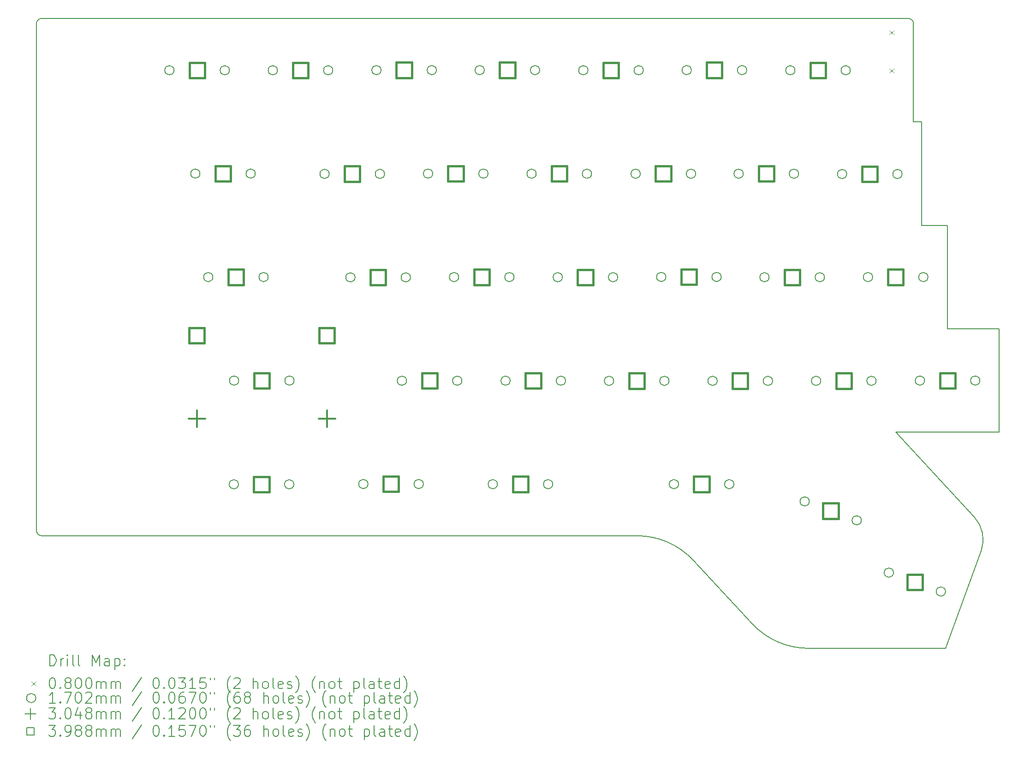
<source format=gbr>
%TF.GenerationSoftware,KiCad,Pcbnew,(6.0.10-0)*%
%TF.CreationDate,2022-12-24T00:39:55-08:00*%
%TF.ProjectId,left,6c656674-2e6b-4696-9361-645f70636258,rev?*%
%TF.SameCoordinates,Original*%
%TF.FileFunction,Drillmap*%
%TF.FilePolarity,Positive*%
%FSLAX45Y45*%
G04 Gerber Fmt 4.5, Leading zero omitted, Abs format (unit mm)*
G04 Created by KiCad (PCBNEW (6.0.10-0)) date 2022-12-24 00:39:55*
%MOMM*%
%LPD*%
G01*
G04 APERTURE LIST*
%ADD10C,0.200000*%
%ADD11C,0.080000*%
%ADD12C,0.170180*%
%ADD13C,0.304800*%
%ADD14C,0.398780*%
G04 APERTURE END LIST*
D10*
X3802474Y-2972176D02*
X5702474Y-2972176D01*
X21044240Y-12752829D02*
X20394374Y-14538276D01*
X3702474Y-12372176D02*
X3702474Y-3072176D01*
X5702474Y-12472176D02*
X3802474Y-12472176D01*
X19002474Y-2972176D02*
X19702474Y-2972176D01*
X20394374Y-14538276D02*
X17874474Y-14538246D01*
X14727474Y-12472206D02*
X5702474Y-12472176D01*
X16841396Y-14087562D02*
G75*
G03*
X17874474Y-14538246I1033074J958682D01*
G01*
X20427474Y-8672176D02*
X21374974Y-8672176D01*
X20427474Y-6772176D02*
X20427474Y-8672176D01*
X5702474Y-2972176D02*
X19002474Y-2972176D01*
X19952474Y-6772176D02*
X20427474Y-6772176D01*
X3802474Y-2972184D02*
G75*
G03*
X3702474Y-3072176I-4J-99996D01*
G01*
X21044243Y-12752830D02*
G75*
G03*
X20917668Y-12126812I-575473J209450D01*
G01*
X19802474Y-3072176D02*
G75*
G03*
X19702474Y-2972176I-100004J-4D01*
G01*
X19474974Y-10572176D02*
X20917668Y-12126812D01*
X15760555Y-12922898D02*
G75*
G03*
X14727474Y-12472206I-1033085J-958682D01*
G01*
X19802474Y-3072176D02*
X19802474Y-4872176D01*
X19952474Y-4872176D02*
X19952474Y-6772176D01*
X16841397Y-14087561D02*
X15760556Y-12922897D01*
X21374974Y-10572176D02*
X21374974Y-8672176D01*
X19802474Y-4872176D02*
X19952474Y-4872176D01*
X3702474Y-12372176D02*
G75*
G03*
X3802474Y-12472176I99996J-4D01*
G01*
X19474974Y-10572176D02*
X21374974Y-10572176D01*
D11*
X19360000Y-3192750D02*
X19440000Y-3272750D01*
X19440000Y-3192750D02*
X19360000Y-3272750D01*
X19360000Y-3892750D02*
X19440000Y-3972750D01*
X19440000Y-3892750D02*
X19360000Y-3972750D01*
D12*
X6229590Y-3925000D02*
G75*
G03*
X6229590Y-3925000I-85090J0D01*
G01*
X6704590Y-5822500D02*
G75*
G03*
X6704590Y-5822500I-85090J0D01*
G01*
X6942090Y-7722500D02*
G75*
G03*
X6942090Y-7722500I-85090J0D01*
G01*
X7245590Y-3925000D02*
G75*
G03*
X7245590Y-3925000I-85090J0D01*
G01*
X7412090Y-11527500D02*
G75*
G03*
X7412090Y-11527500I-85090J0D01*
G01*
X7417090Y-9622500D02*
G75*
G03*
X7417090Y-9622500I-85090J0D01*
G01*
X7720590Y-5822500D02*
G75*
G03*
X7720590Y-5822500I-85090J0D01*
G01*
X7958090Y-7722500D02*
G75*
G03*
X7958090Y-7722500I-85090J0D01*
G01*
X8127090Y-3925000D02*
G75*
G03*
X8127090Y-3925000I-85090J0D01*
G01*
X8428090Y-11527500D02*
G75*
G03*
X8428090Y-11527500I-85090J0D01*
G01*
X8433090Y-9622500D02*
G75*
G03*
X8433090Y-9622500I-85090J0D01*
G01*
X9077090Y-5827500D02*
G75*
G03*
X9077090Y-5827500I-85090J0D01*
G01*
X9143090Y-3925000D02*
G75*
G03*
X9143090Y-3925000I-85090J0D01*
G01*
X9552090Y-7727500D02*
G75*
G03*
X9552090Y-7727500I-85090J0D01*
G01*
X9789590Y-11522500D02*
G75*
G03*
X9789590Y-11522500I-85090J0D01*
G01*
X10029590Y-3922500D02*
G75*
G03*
X10029590Y-3922500I-85090J0D01*
G01*
X10093090Y-5827500D02*
G75*
G03*
X10093090Y-5827500I-85090J0D01*
G01*
X10497090Y-9625000D02*
G75*
G03*
X10497090Y-9625000I-85090J0D01*
G01*
X10568090Y-7727500D02*
G75*
G03*
X10568090Y-7727500I-85090J0D01*
G01*
X10805590Y-11522500D02*
G75*
G03*
X10805590Y-11522500I-85090J0D01*
G01*
X10977090Y-5822500D02*
G75*
G03*
X10977090Y-5822500I-85090J0D01*
G01*
X11045590Y-3922500D02*
G75*
G03*
X11045590Y-3922500I-85090J0D01*
G01*
X11454590Y-7722500D02*
G75*
G03*
X11454590Y-7722500I-85090J0D01*
G01*
X11513090Y-9625000D02*
G75*
G03*
X11513090Y-9625000I-85090J0D01*
G01*
X11924590Y-3922500D02*
G75*
G03*
X11924590Y-3922500I-85090J0D01*
G01*
X11993090Y-5822500D02*
G75*
G03*
X11993090Y-5822500I-85090J0D01*
G01*
X12164590Y-11525000D02*
G75*
G03*
X12164590Y-11525000I-85090J0D01*
G01*
X12399590Y-9625000D02*
G75*
G03*
X12399590Y-9625000I-85090J0D01*
G01*
X12470590Y-7722500D02*
G75*
G03*
X12470590Y-7722500I-85090J0D01*
G01*
X12877090Y-5825000D02*
G75*
G03*
X12877090Y-5825000I-85090J0D01*
G01*
X12940590Y-3922500D02*
G75*
G03*
X12940590Y-3922500I-85090J0D01*
G01*
X13180590Y-11525000D02*
G75*
G03*
X13180590Y-11525000I-85090J0D01*
G01*
X13357090Y-7725000D02*
G75*
G03*
X13357090Y-7725000I-85090J0D01*
G01*
X13415590Y-9625000D02*
G75*
G03*
X13415590Y-9625000I-85090J0D01*
G01*
X13827090Y-3925000D02*
G75*
G03*
X13827090Y-3925000I-85090J0D01*
G01*
X13893090Y-5825000D02*
G75*
G03*
X13893090Y-5825000I-85090J0D01*
G01*
X14299590Y-9627500D02*
G75*
G03*
X14299590Y-9627500I-85090J0D01*
G01*
X14373090Y-7725000D02*
G75*
G03*
X14373090Y-7725000I-85090J0D01*
G01*
X14787090Y-5825000D02*
G75*
G03*
X14787090Y-5825000I-85090J0D01*
G01*
X14843090Y-3925000D02*
G75*
G03*
X14843090Y-3925000I-85090J0D01*
G01*
X15257090Y-7720000D02*
G75*
G03*
X15257090Y-7720000I-85090J0D01*
G01*
X15315590Y-9627500D02*
G75*
G03*
X15315590Y-9627500I-85090J0D01*
G01*
X15489590Y-11525000D02*
G75*
G03*
X15489590Y-11525000I-85090J0D01*
G01*
X15724590Y-3922500D02*
G75*
G03*
X15724590Y-3922500I-85090J0D01*
G01*
X15803090Y-5825000D02*
G75*
G03*
X15803090Y-5825000I-85090J0D01*
G01*
X16199590Y-9627500D02*
G75*
G03*
X16199590Y-9627500I-85090J0D01*
G01*
X16273090Y-7720000D02*
G75*
G03*
X16273090Y-7720000I-85090J0D01*
G01*
X16505590Y-11525000D02*
G75*
G03*
X16505590Y-11525000I-85090J0D01*
G01*
X16677090Y-5825000D02*
G75*
G03*
X16677090Y-5825000I-85090J0D01*
G01*
X16740590Y-3922500D02*
G75*
G03*
X16740590Y-3922500I-85090J0D01*
G01*
X17152090Y-7725000D02*
G75*
G03*
X17152090Y-7725000I-85090J0D01*
G01*
X17215590Y-9627500D02*
G75*
G03*
X17215590Y-9627500I-85090J0D01*
G01*
X17627090Y-3925000D02*
G75*
G03*
X17627090Y-3925000I-85090J0D01*
G01*
X17693090Y-5825000D02*
G75*
G03*
X17693090Y-5825000I-85090J0D01*
G01*
X17890226Y-11841254D02*
G75*
G03*
X17890226Y-11841254I-85090J0D01*
G01*
X18099590Y-9627500D02*
G75*
G03*
X18099590Y-9627500I-85090J0D01*
G01*
X18168090Y-7725000D02*
G75*
G03*
X18168090Y-7725000I-85090J0D01*
G01*
X18577090Y-5830000D02*
G75*
G03*
X18577090Y-5830000I-85090J0D01*
G01*
X18643090Y-3925000D02*
G75*
G03*
X18643090Y-3925000I-85090J0D01*
G01*
X18844954Y-12188746D02*
G75*
G03*
X18844954Y-12188746I-85090J0D01*
G01*
X19052090Y-7722500D02*
G75*
G03*
X19052090Y-7722500I-85090J0D01*
G01*
X19115590Y-9627500D02*
G75*
G03*
X19115590Y-9627500I-85090J0D01*
G01*
X19435226Y-13148754D02*
G75*
G03*
X19435226Y-13148754I-85090J0D01*
G01*
X19593090Y-5830000D02*
G75*
G03*
X19593090Y-5830000I-85090J0D01*
G01*
X20004590Y-9622500D02*
G75*
G03*
X20004590Y-9622500I-85090J0D01*
G01*
X20068090Y-7722500D02*
G75*
G03*
X20068090Y-7722500I-85090J0D01*
G01*
X20389954Y-13496246D02*
G75*
G03*
X20389954Y-13496246I-85090J0D01*
G01*
X21020590Y-9622500D02*
G75*
G03*
X21020590Y-9622500I-85090J0D01*
G01*
D13*
X6646200Y-10168600D02*
X6646200Y-10473400D01*
X6493800Y-10321000D02*
X6798600Y-10321000D01*
X9033800Y-10168600D02*
X9033800Y-10473400D01*
X8881400Y-10321000D02*
X9186200Y-10321000D01*
D14*
X6787191Y-8937991D02*
X6787191Y-8656009D01*
X6505209Y-8656009D01*
X6505209Y-8937991D01*
X6787191Y-8937991D01*
X6793491Y-4065991D02*
X6793491Y-3784009D01*
X6511509Y-3784009D01*
X6511509Y-4065991D01*
X6793491Y-4065991D01*
X7268491Y-5963491D02*
X7268491Y-5681509D01*
X6986509Y-5681509D01*
X6986509Y-5963491D01*
X7268491Y-5963491D01*
X7505991Y-7863491D02*
X7505991Y-7581509D01*
X7224009Y-7581509D01*
X7224009Y-7863491D01*
X7505991Y-7863491D01*
X7975991Y-11668491D02*
X7975991Y-11386509D01*
X7694009Y-11386509D01*
X7694009Y-11668491D01*
X7975991Y-11668491D01*
X7980991Y-9763491D02*
X7980991Y-9481509D01*
X7699009Y-9481509D01*
X7699009Y-9763491D01*
X7980991Y-9763491D01*
X8690991Y-4065991D02*
X8690991Y-3784009D01*
X8409009Y-3784009D01*
X8409009Y-4065991D01*
X8690991Y-4065991D01*
X9174791Y-8937991D02*
X9174791Y-8656009D01*
X8892809Y-8656009D01*
X8892809Y-8937991D01*
X9174791Y-8937991D01*
X9640991Y-5968491D02*
X9640991Y-5686509D01*
X9359009Y-5686509D01*
X9359009Y-5968491D01*
X9640991Y-5968491D01*
X10115991Y-7868491D02*
X10115991Y-7586509D01*
X9834009Y-7586509D01*
X9834009Y-7868491D01*
X10115991Y-7868491D01*
X10353491Y-11663491D02*
X10353491Y-11381509D01*
X10071509Y-11381509D01*
X10071509Y-11663491D01*
X10353491Y-11663491D01*
X10593491Y-4063491D02*
X10593491Y-3781509D01*
X10311509Y-3781509D01*
X10311509Y-4063491D01*
X10593491Y-4063491D01*
X11060991Y-9765991D02*
X11060991Y-9484009D01*
X10779009Y-9484009D01*
X10779009Y-9765991D01*
X11060991Y-9765991D01*
X11540991Y-5963491D02*
X11540991Y-5681509D01*
X11259009Y-5681509D01*
X11259009Y-5963491D01*
X11540991Y-5963491D01*
X12018491Y-7863491D02*
X12018491Y-7581509D01*
X11736509Y-7581509D01*
X11736509Y-7863491D01*
X12018491Y-7863491D01*
X12488491Y-4063491D02*
X12488491Y-3781509D01*
X12206509Y-3781509D01*
X12206509Y-4063491D01*
X12488491Y-4063491D01*
X12728491Y-11665991D02*
X12728491Y-11384009D01*
X12446509Y-11384009D01*
X12446509Y-11665991D01*
X12728491Y-11665991D01*
X12963491Y-9765991D02*
X12963491Y-9484009D01*
X12681509Y-9484009D01*
X12681509Y-9765991D01*
X12963491Y-9765991D01*
X13440991Y-5965991D02*
X13440991Y-5684009D01*
X13159009Y-5684009D01*
X13159009Y-5965991D01*
X13440991Y-5965991D01*
X13920991Y-7865991D02*
X13920991Y-7584009D01*
X13639009Y-7584009D01*
X13639009Y-7865991D01*
X13920991Y-7865991D01*
X14390991Y-4065991D02*
X14390991Y-3784009D01*
X14109009Y-3784009D01*
X14109009Y-4065991D01*
X14390991Y-4065991D01*
X14863491Y-9768491D02*
X14863491Y-9486509D01*
X14581509Y-9486509D01*
X14581509Y-9768491D01*
X14863491Y-9768491D01*
X15350991Y-5965991D02*
X15350991Y-5684009D01*
X15069009Y-5684009D01*
X15069009Y-5965991D01*
X15350991Y-5965991D01*
X15820991Y-7860991D02*
X15820991Y-7579009D01*
X15539009Y-7579009D01*
X15539009Y-7860991D01*
X15820991Y-7860991D01*
X16053491Y-11665991D02*
X16053491Y-11384009D01*
X15771509Y-11384009D01*
X15771509Y-11665991D01*
X16053491Y-11665991D01*
X16288491Y-4063491D02*
X16288491Y-3781509D01*
X16006509Y-3781509D01*
X16006509Y-4063491D01*
X16288491Y-4063491D01*
X16763491Y-9768491D02*
X16763491Y-9486509D01*
X16481509Y-9486509D01*
X16481509Y-9768491D01*
X16763491Y-9768491D01*
X17240991Y-5965991D02*
X17240991Y-5684009D01*
X16959009Y-5684009D01*
X16959009Y-5965991D01*
X17240991Y-5965991D01*
X17715991Y-7865991D02*
X17715991Y-7584009D01*
X17434009Y-7584009D01*
X17434009Y-7865991D01*
X17715991Y-7865991D01*
X18190991Y-4065991D02*
X18190991Y-3784009D01*
X17909009Y-3784009D01*
X17909009Y-4065991D01*
X18190991Y-4065991D01*
X18423491Y-12155991D02*
X18423491Y-11874009D01*
X18141509Y-11874009D01*
X18141509Y-12155991D01*
X18423491Y-12155991D01*
X18663491Y-9768491D02*
X18663491Y-9486509D01*
X18381509Y-9486509D01*
X18381509Y-9768491D01*
X18663491Y-9768491D01*
X19140991Y-5970991D02*
X19140991Y-5689009D01*
X18859009Y-5689009D01*
X18859009Y-5970991D01*
X19140991Y-5970991D01*
X19615991Y-7863491D02*
X19615991Y-7581509D01*
X19334009Y-7581509D01*
X19334009Y-7863491D01*
X19615991Y-7863491D01*
X19968491Y-13463491D02*
X19968491Y-13181509D01*
X19686509Y-13181509D01*
X19686509Y-13463491D01*
X19968491Y-13463491D01*
X20568491Y-9763491D02*
X20568491Y-9481509D01*
X20286509Y-9481509D01*
X20286509Y-9763491D01*
X20568491Y-9763491D01*
D10*
X3950093Y-14858752D02*
X3950093Y-14658752D01*
X3997712Y-14658752D01*
X4026284Y-14668276D01*
X4045331Y-14687324D01*
X4054855Y-14706372D01*
X4064379Y-14744467D01*
X4064379Y-14773038D01*
X4054855Y-14811133D01*
X4045331Y-14830181D01*
X4026284Y-14849229D01*
X3997712Y-14858752D01*
X3950093Y-14858752D01*
X4150093Y-14858752D02*
X4150093Y-14725419D01*
X4150093Y-14763514D02*
X4159617Y-14744467D01*
X4169141Y-14734943D01*
X4188188Y-14725419D01*
X4207236Y-14725419D01*
X4273903Y-14858752D02*
X4273903Y-14725419D01*
X4273903Y-14658752D02*
X4264379Y-14668276D01*
X4273903Y-14677800D01*
X4283427Y-14668276D01*
X4273903Y-14658752D01*
X4273903Y-14677800D01*
X4397712Y-14858752D02*
X4378665Y-14849229D01*
X4369141Y-14830181D01*
X4369141Y-14658752D01*
X4502474Y-14858752D02*
X4483427Y-14849229D01*
X4473903Y-14830181D01*
X4473903Y-14658752D01*
X4731046Y-14858752D02*
X4731046Y-14658752D01*
X4797712Y-14801610D01*
X4864379Y-14658752D01*
X4864379Y-14858752D01*
X5045331Y-14858752D02*
X5045331Y-14753991D01*
X5035808Y-14734943D01*
X5016760Y-14725419D01*
X4978665Y-14725419D01*
X4959617Y-14734943D01*
X5045331Y-14849229D02*
X5026284Y-14858752D01*
X4978665Y-14858752D01*
X4959617Y-14849229D01*
X4950093Y-14830181D01*
X4950093Y-14811133D01*
X4959617Y-14792086D01*
X4978665Y-14782562D01*
X5026284Y-14782562D01*
X5045331Y-14773038D01*
X5140569Y-14725419D02*
X5140569Y-14925419D01*
X5140569Y-14734943D02*
X5159617Y-14725419D01*
X5197712Y-14725419D01*
X5216760Y-14734943D01*
X5226284Y-14744467D01*
X5235808Y-14763514D01*
X5235808Y-14820657D01*
X5226284Y-14839705D01*
X5216760Y-14849229D01*
X5197712Y-14858752D01*
X5159617Y-14858752D01*
X5140569Y-14849229D01*
X5321522Y-14839705D02*
X5331046Y-14849229D01*
X5321522Y-14858752D01*
X5311998Y-14849229D01*
X5321522Y-14839705D01*
X5321522Y-14858752D01*
X5321522Y-14734943D02*
X5331046Y-14744467D01*
X5321522Y-14753991D01*
X5311998Y-14744467D01*
X5321522Y-14734943D01*
X5321522Y-14753991D01*
D11*
X3612474Y-15148276D02*
X3692474Y-15228276D01*
X3692474Y-15148276D02*
X3612474Y-15228276D01*
D10*
X3988188Y-15078752D02*
X4007236Y-15078752D01*
X4026284Y-15088276D01*
X4035807Y-15097800D01*
X4045331Y-15116848D01*
X4054855Y-15154943D01*
X4054855Y-15202562D01*
X4045331Y-15240657D01*
X4035807Y-15259705D01*
X4026284Y-15269229D01*
X4007236Y-15278752D01*
X3988188Y-15278752D01*
X3969141Y-15269229D01*
X3959617Y-15259705D01*
X3950093Y-15240657D01*
X3940569Y-15202562D01*
X3940569Y-15154943D01*
X3950093Y-15116848D01*
X3959617Y-15097800D01*
X3969141Y-15088276D01*
X3988188Y-15078752D01*
X4140569Y-15259705D02*
X4150093Y-15269229D01*
X4140569Y-15278752D01*
X4131046Y-15269229D01*
X4140569Y-15259705D01*
X4140569Y-15278752D01*
X4264379Y-15164467D02*
X4245331Y-15154943D01*
X4235808Y-15145419D01*
X4226284Y-15126372D01*
X4226284Y-15116848D01*
X4235808Y-15097800D01*
X4245331Y-15088276D01*
X4264379Y-15078752D01*
X4302474Y-15078752D01*
X4321522Y-15088276D01*
X4331046Y-15097800D01*
X4340569Y-15116848D01*
X4340569Y-15126372D01*
X4331046Y-15145419D01*
X4321522Y-15154943D01*
X4302474Y-15164467D01*
X4264379Y-15164467D01*
X4245331Y-15173991D01*
X4235808Y-15183514D01*
X4226284Y-15202562D01*
X4226284Y-15240657D01*
X4235808Y-15259705D01*
X4245331Y-15269229D01*
X4264379Y-15278752D01*
X4302474Y-15278752D01*
X4321522Y-15269229D01*
X4331046Y-15259705D01*
X4340569Y-15240657D01*
X4340569Y-15202562D01*
X4331046Y-15183514D01*
X4321522Y-15173991D01*
X4302474Y-15164467D01*
X4464379Y-15078752D02*
X4483427Y-15078752D01*
X4502474Y-15088276D01*
X4511998Y-15097800D01*
X4521522Y-15116848D01*
X4531046Y-15154943D01*
X4531046Y-15202562D01*
X4521522Y-15240657D01*
X4511998Y-15259705D01*
X4502474Y-15269229D01*
X4483427Y-15278752D01*
X4464379Y-15278752D01*
X4445331Y-15269229D01*
X4435808Y-15259705D01*
X4426284Y-15240657D01*
X4416760Y-15202562D01*
X4416760Y-15154943D01*
X4426284Y-15116848D01*
X4435808Y-15097800D01*
X4445331Y-15088276D01*
X4464379Y-15078752D01*
X4654855Y-15078752D02*
X4673903Y-15078752D01*
X4692950Y-15088276D01*
X4702474Y-15097800D01*
X4711998Y-15116848D01*
X4721522Y-15154943D01*
X4721522Y-15202562D01*
X4711998Y-15240657D01*
X4702474Y-15259705D01*
X4692950Y-15269229D01*
X4673903Y-15278752D01*
X4654855Y-15278752D01*
X4635808Y-15269229D01*
X4626284Y-15259705D01*
X4616760Y-15240657D01*
X4607236Y-15202562D01*
X4607236Y-15154943D01*
X4616760Y-15116848D01*
X4626284Y-15097800D01*
X4635808Y-15088276D01*
X4654855Y-15078752D01*
X4807236Y-15278752D02*
X4807236Y-15145419D01*
X4807236Y-15164467D02*
X4816760Y-15154943D01*
X4835808Y-15145419D01*
X4864379Y-15145419D01*
X4883427Y-15154943D01*
X4892950Y-15173991D01*
X4892950Y-15278752D01*
X4892950Y-15173991D02*
X4902474Y-15154943D01*
X4921522Y-15145419D01*
X4950093Y-15145419D01*
X4969141Y-15154943D01*
X4978665Y-15173991D01*
X4978665Y-15278752D01*
X5073903Y-15278752D02*
X5073903Y-15145419D01*
X5073903Y-15164467D02*
X5083427Y-15154943D01*
X5102474Y-15145419D01*
X5131046Y-15145419D01*
X5150093Y-15154943D01*
X5159617Y-15173991D01*
X5159617Y-15278752D01*
X5159617Y-15173991D02*
X5169141Y-15154943D01*
X5188188Y-15145419D01*
X5216760Y-15145419D01*
X5235808Y-15154943D01*
X5245331Y-15173991D01*
X5245331Y-15278752D01*
X5635807Y-15069229D02*
X5464379Y-15326372D01*
X5892950Y-15078752D02*
X5911998Y-15078752D01*
X5931046Y-15088276D01*
X5940569Y-15097800D01*
X5950093Y-15116848D01*
X5959617Y-15154943D01*
X5959617Y-15202562D01*
X5950093Y-15240657D01*
X5940569Y-15259705D01*
X5931046Y-15269229D01*
X5911998Y-15278752D01*
X5892950Y-15278752D01*
X5873903Y-15269229D01*
X5864379Y-15259705D01*
X5854855Y-15240657D01*
X5845331Y-15202562D01*
X5845331Y-15154943D01*
X5854855Y-15116848D01*
X5864379Y-15097800D01*
X5873903Y-15088276D01*
X5892950Y-15078752D01*
X6045331Y-15259705D02*
X6054855Y-15269229D01*
X6045331Y-15278752D01*
X6035807Y-15269229D01*
X6045331Y-15259705D01*
X6045331Y-15278752D01*
X6178665Y-15078752D02*
X6197712Y-15078752D01*
X6216760Y-15088276D01*
X6226284Y-15097800D01*
X6235807Y-15116848D01*
X6245331Y-15154943D01*
X6245331Y-15202562D01*
X6235807Y-15240657D01*
X6226284Y-15259705D01*
X6216760Y-15269229D01*
X6197712Y-15278752D01*
X6178665Y-15278752D01*
X6159617Y-15269229D01*
X6150093Y-15259705D01*
X6140569Y-15240657D01*
X6131046Y-15202562D01*
X6131046Y-15154943D01*
X6140569Y-15116848D01*
X6150093Y-15097800D01*
X6159617Y-15088276D01*
X6178665Y-15078752D01*
X6311998Y-15078752D02*
X6435807Y-15078752D01*
X6369141Y-15154943D01*
X6397712Y-15154943D01*
X6416760Y-15164467D01*
X6426284Y-15173991D01*
X6435807Y-15193038D01*
X6435807Y-15240657D01*
X6426284Y-15259705D01*
X6416760Y-15269229D01*
X6397712Y-15278752D01*
X6340569Y-15278752D01*
X6321522Y-15269229D01*
X6311998Y-15259705D01*
X6626284Y-15278752D02*
X6511998Y-15278752D01*
X6569141Y-15278752D02*
X6569141Y-15078752D01*
X6550093Y-15107324D01*
X6531046Y-15126372D01*
X6511998Y-15135895D01*
X6807236Y-15078752D02*
X6711998Y-15078752D01*
X6702474Y-15173991D01*
X6711998Y-15164467D01*
X6731046Y-15154943D01*
X6778665Y-15154943D01*
X6797712Y-15164467D01*
X6807236Y-15173991D01*
X6816760Y-15193038D01*
X6816760Y-15240657D01*
X6807236Y-15259705D01*
X6797712Y-15269229D01*
X6778665Y-15278752D01*
X6731046Y-15278752D01*
X6711998Y-15269229D01*
X6702474Y-15259705D01*
X6892950Y-15078752D02*
X6892950Y-15116848D01*
X6969141Y-15078752D02*
X6969141Y-15116848D01*
X7264379Y-15354943D02*
X7254855Y-15345419D01*
X7235807Y-15316848D01*
X7226284Y-15297800D01*
X7216760Y-15269229D01*
X7207236Y-15221610D01*
X7207236Y-15183514D01*
X7216760Y-15135895D01*
X7226284Y-15107324D01*
X7235807Y-15088276D01*
X7254855Y-15059705D01*
X7264379Y-15050181D01*
X7331046Y-15097800D02*
X7340569Y-15088276D01*
X7359617Y-15078752D01*
X7407236Y-15078752D01*
X7426284Y-15088276D01*
X7435807Y-15097800D01*
X7445331Y-15116848D01*
X7445331Y-15135895D01*
X7435807Y-15164467D01*
X7321522Y-15278752D01*
X7445331Y-15278752D01*
X7683426Y-15278752D02*
X7683426Y-15078752D01*
X7769141Y-15278752D02*
X7769141Y-15173991D01*
X7759617Y-15154943D01*
X7740569Y-15145419D01*
X7711998Y-15145419D01*
X7692950Y-15154943D01*
X7683426Y-15164467D01*
X7892950Y-15278752D02*
X7873903Y-15269229D01*
X7864379Y-15259705D01*
X7854855Y-15240657D01*
X7854855Y-15183514D01*
X7864379Y-15164467D01*
X7873903Y-15154943D01*
X7892950Y-15145419D01*
X7921522Y-15145419D01*
X7940569Y-15154943D01*
X7950093Y-15164467D01*
X7959617Y-15183514D01*
X7959617Y-15240657D01*
X7950093Y-15259705D01*
X7940569Y-15269229D01*
X7921522Y-15278752D01*
X7892950Y-15278752D01*
X8073903Y-15278752D02*
X8054855Y-15269229D01*
X8045331Y-15250181D01*
X8045331Y-15078752D01*
X8226284Y-15269229D02*
X8207236Y-15278752D01*
X8169141Y-15278752D01*
X8150093Y-15269229D01*
X8140569Y-15250181D01*
X8140569Y-15173991D01*
X8150093Y-15154943D01*
X8169141Y-15145419D01*
X8207236Y-15145419D01*
X8226284Y-15154943D01*
X8235807Y-15173991D01*
X8235807Y-15193038D01*
X8140569Y-15212086D01*
X8311998Y-15269229D02*
X8331046Y-15278752D01*
X8369141Y-15278752D01*
X8388188Y-15269229D01*
X8397712Y-15250181D01*
X8397712Y-15240657D01*
X8388188Y-15221610D01*
X8369141Y-15212086D01*
X8340569Y-15212086D01*
X8321522Y-15202562D01*
X8311998Y-15183514D01*
X8311998Y-15173991D01*
X8321522Y-15154943D01*
X8340569Y-15145419D01*
X8369141Y-15145419D01*
X8388188Y-15154943D01*
X8464379Y-15354943D02*
X8473903Y-15345419D01*
X8492950Y-15316848D01*
X8502474Y-15297800D01*
X8511998Y-15269229D01*
X8521522Y-15221610D01*
X8521522Y-15183514D01*
X8511998Y-15135895D01*
X8502474Y-15107324D01*
X8492950Y-15088276D01*
X8473903Y-15059705D01*
X8464379Y-15050181D01*
X8826284Y-15354943D02*
X8816760Y-15345419D01*
X8797712Y-15316848D01*
X8788188Y-15297800D01*
X8778665Y-15269229D01*
X8769141Y-15221610D01*
X8769141Y-15183514D01*
X8778665Y-15135895D01*
X8788188Y-15107324D01*
X8797712Y-15088276D01*
X8816760Y-15059705D01*
X8826284Y-15050181D01*
X8902474Y-15145419D02*
X8902474Y-15278752D01*
X8902474Y-15164467D02*
X8911998Y-15154943D01*
X8931046Y-15145419D01*
X8959617Y-15145419D01*
X8978665Y-15154943D01*
X8988188Y-15173991D01*
X8988188Y-15278752D01*
X9111998Y-15278752D02*
X9092950Y-15269229D01*
X9083427Y-15259705D01*
X9073903Y-15240657D01*
X9073903Y-15183514D01*
X9083427Y-15164467D01*
X9092950Y-15154943D01*
X9111998Y-15145419D01*
X9140569Y-15145419D01*
X9159617Y-15154943D01*
X9169141Y-15164467D01*
X9178665Y-15183514D01*
X9178665Y-15240657D01*
X9169141Y-15259705D01*
X9159617Y-15269229D01*
X9140569Y-15278752D01*
X9111998Y-15278752D01*
X9235808Y-15145419D02*
X9311998Y-15145419D01*
X9264379Y-15078752D02*
X9264379Y-15250181D01*
X9273903Y-15269229D01*
X9292950Y-15278752D01*
X9311998Y-15278752D01*
X9531046Y-15145419D02*
X9531046Y-15345419D01*
X9531046Y-15154943D02*
X9550093Y-15145419D01*
X9588188Y-15145419D01*
X9607236Y-15154943D01*
X9616760Y-15164467D01*
X9626284Y-15183514D01*
X9626284Y-15240657D01*
X9616760Y-15259705D01*
X9607236Y-15269229D01*
X9588188Y-15278752D01*
X9550093Y-15278752D01*
X9531046Y-15269229D01*
X9740569Y-15278752D02*
X9721522Y-15269229D01*
X9711998Y-15250181D01*
X9711998Y-15078752D01*
X9902474Y-15278752D02*
X9902474Y-15173991D01*
X9892950Y-15154943D01*
X9873903Y-15145419D01*
X9835808Y-15145419D01*
X9816760Y-15154943D01*
X9902474Y-15269229D02*
X9883427Y-15278752D01*
X9835808Y-15278752D01*
X9816760Y-15269229D01*
X9807236Y-15250181D01*
X9807236Y-15231133D01*
X9816760Y-15212086D01*
X9835808Y-15202562D01*
X9883427Y-15202562D01*
X9902474Y-15193038D01*
X9969141Y-15145419D02*
X10045331Y-15145419D01*
X9997712Y-15078752D02*
X9997712Y-15250181D01*
X10007236Y-15269229D01*
X10026284Y-15278752D01*
X10045331Y-15278752D01*
X10188188Y-15269229D02*
X10169141Y-15278752D01*
X10131046Y-15278752D01*
X10111998Y-15269229D01*
X10102474Y-15250181D01*
X10102474Y-15173991D01*
X10111998Y-15154943D01*
X10131046Y-15145419D01*
X10169141Y-15145419D01*
X10188188Y-15154943D01*
X10197712Y-15173991D01*
X10197712Y-15193038D01*
X10102474Y-15212086D01*
X10369141Y-15278752D02*
X10369141Y-15078752D01*
X10369141Y-15269229D02*
X10350093Y-15278752D01*
X10311998Y-15278752D01*
X10292950Y-15269229D01*
X10283427Y-15259705D01*
X10273903Y-15240657D01*
X10273903Y-15183514D01*
X10283427Y-15164467D01*
X10292950Y-15154943D01*
X10311998Y-15145419D01*
X10350093Y-15145419D01*
X10369141Y-15154943D01*
X10445331Y-15354943D02*
X10454855Y-15345419D01*
X10473903Y-15316848D01*
X10483427Y-15297800D01*
X10492950Y-15269229D01*
X10502474Y-15221610D01*
X10502474Y-15183514D01*
X10492950Y-15135895D01*
X10483427Y-15107324D01*
X10473903Y-15088276D01*
X10454855Y-15059705D01*
X10445331Y-15050181D01*
D12*
X3692474Y-15452276D02*
G75*
G03*
X3692474Y-15452276I-85090J0D01*
G01*
D10*
X4054855Y-15542752D02*
X3940569Y-15542752D01*
X3997712Y-15542752D02*
X3997712Y-15342752D01*
X3978665Y-15371324D01*
X3959617Y-15390372D01*
X3940569Y-15399895D01*
X4140569Y-15523705D02*
X4150093Y-15533229D01*
X4140569Y-15542752D01*
X4131046Y-15533229D01*
X4140569Y-15523705D01*
X4140569Y-15542752D01*
X4216760Y-15342752D02*
X4350093Y-15342752D01*
X4264379Y-15542752D01*
X4464379Y-15342752D02*
X4483427Y-15342752D01*
X4502474Y-15352276D01*
X4511998Y-15361800D01*
X4521522Y-15380848D01*
X4531046Y-15418943D01*
X4531046Y-15466562D01*
X4521522Y-15504657D01*
X4511998Y-15523705D01*
X4502474Y-15533229D01*
X4483427Y-15542752D01*
X4464379Y-15542752D01*
X4445331Y-15533229D01*
X4435808Y-15523705D01*
X4426284Y-15504657D01*
X4416760Y-15466562D01*
X4416760Y-15418943D01*
X4426284Y-15380848D01*
X4435808Y-15361800D01*
X4445331Y-15352276D01*
X4464379Y-15342752D01*
X4607236Y-15361800D02*
X4616760Y-15352276D01*
X4635808Y-15342752D01*
X4683427Y-15342752D01*
X4702474Y-15352276D01*
X4711998Y-15361800D01*
X4721522Y-15380848D01*
X4721522Y-15399895D01*
X4711998Y-15428467D01*
X4597712Y-15542752D01*
X4721522Y-15542752D01*
X4807236Y-15542752D02*
X4807236Y-15409419D01*
X4807236Y-15428467D02*
X4816760Y-15418943D01*
X4835808Y-15409419D01*
X4864379Y-15409419D01*
X4883427Y-15418943D01*
X4892950Y-15437991D01*
X4892950Y-15542752D01*
X4892950Y-15437991D02*
X4902474Y-15418943D01*
X4921522Y-15409419D01*
X4950093Y-15409419D01*
X4969141Y-15418943D01*
X4978665Y-15437991D01*
X4978665Y-15542752D01*
X5073903Y-15542752D02*
X5073903Y-15409419D01*
X5073903Y-15428467D02*
X5083427Y-15418943D01*
X5102474Y-15409419D01*
X5131046Y-15409419D01*
X5150093Y-15418943D01*
X5159617Y-15437991D01*
X5159617Y-15542752D01*
X5159617Y-15437991D02*
X5169141Y-15418943D01*
X5188188Y-15409419D01*
X5216760Y-15409419D01*
X5235808Y-15418943D01*
X5245331Y-15437991D01*
X5245331Y-15542752D01*
X5635807Y-15333229D02*
X5464379Y-15590372D01*
X5892950Y-15342752D02*
X5911998Y-15342752D01*
X5931046Y-15352276D01*
X5940569Y-15361800D01*
X5950093Y-15380848D01*
X5959617Y-15418943D01*
X5959617Y-15466562D01*
X5950093Y-15504657D01*
X5940569Y-15523705D01*
X5931046Y-15533229D01*
X5911998Y-15542752D01*
X5892950Y-15542752D01*
X5873903Y-15533229D01*
X5864379Y-15523705D01*
X5854855Y-15504657D01*
X5845331Y-15466562D01*
X5845331Y-15418943D01*
X5854855Y-15380848D01*
X5864379Y-15361800D01*
X5873903Y-15352276D01*
X5892950Y-15342752D01*
X6045331Y-15523705D02*
X6054855Y-15533229D01*
X6045331Y-15542752D01*
X6035807Y-15533229D01*
X6045331Y-15523705D01*
X6045331Y-15542752D01*
X6178665Y-15342752D02*
X6197712Y-15342752D01*
X6216760Y-15352276D01*
X6226284Y-15361800D01*
X6235807Y-15380848D01*
X6245331Y-15418943D01*
X6245331Y-15466562D01*
X6235807Y-15504657D01*
X6226284Y-15523705D01*
X6216760Y-15533229D01*
X6197712Y-15542752D01*
X6178665Y-15542752D01*
X6159617Y-15533229D01*
X6150093Y-15523705D01*
X6140569Y-15504657D01*
X6131046Y-15466562D01*
X6131046Y-15418943D01*
X6140569Y-15380848D01*
X6150093Y-15361800D01*
X6159617Y-15352276D01*
X6178665Y-15342752D01*
X6416760Y-15342752D02*
X6378665Y-15342752D01*
X6359617Y-15352276D01*
X6350093Y-15361800D01*
X6331046Y-15390372D01*
X6321522Y-15428467D01*
X6321522Y-15504657D01*
X6331046Y-15523705D01*
X6340569Y-15533229D01*
X6359617Y-15542752D01*
X6397712Y-15542752D01*
X6416760Y-15533229D01*
X6426284Y-15523705D01*
X6435807Y-15504657D01*
X6435807Y-15457038D01*
X6426284Y-15437991D01*
X6416760Y-15428467D01*
X6397712Y-15418943D01*
X6359617Y-15418943D01*
X6340569Y-15428467D01*
X6331046Y-15437991D01*
X6321522Y-15457038D01*
X6502474Y-15342752D02*
X6635807Y-15342752D01*
X6550093Y-15542752D01*
X6750093Y-15342752D02*
X6769141Y-15342752D01*
X6788188Y-15352276D01*
X6797712Y-15361800D01*
X6807236Y-15380848D01*
X6816760Y-15418943D01*
X6816760Y-15466562D01*
X6807236Y-15504657D01*
X6797712Y-15523705D01*
X6788188Y-15533229D01*
X6769141Y-15542752D01*
X6750093Y-15542752D01*
X6731046Y-15533229D01*
X6721522Y-15523705D01*
X6711998Y-15504657D01*
X6702474Y-15466562D01*
X6702474Y-15418943D01*
X6711998Y-15380848D01*
X6721522Y-15361800D01*
X6731046Y-15352276D01*
X6750093Y-15342752D01*
X6892950Y-15342752D02*
X6892950Y-15380848D01*
X6969141Y-15342752D02*
X6969141Y-15380848D01*
X7264379Y-15618943D02*
X7254855Y-15609419D01*
X7235807Y-15580848D01*
X7226284Y-15561800D01*
X7216760Y-15533229D01*
X7207236Y-15485610D01*
X7207236Y-15447514D01*
X7216760Y-15399895D01*
X7226284Y-15371324D01*
X7235807Y-15352276D01*
X7254855Y-15323705D01*
X7264379Y-15314181D01*
X7426284Y-15342752D02*
X7388188Y-15342752D01*
X7369141Y-15352276D01*
X7359617Y-15361800D01*
X7340569Y-15390372D01*
X7331046Y-15428467D01*
X7331046Y-15504657D01*
X7340569Y-15523705D01*
X7350093Y-15533229D01*
X7369141Y-15542752D01*
X7407236Y-15542752D01*
X7426284Y-15533229D01*
X7435807Y-15523705D01*
X7445331Y-15504657D01*
X7445331Y-15457038D01*
X7435807Y-15437991D01*
X7426284Y-15428467D01*
X7407236Y-15418943D01*
X7369141Y-15418943D01*
X7350093Y-15428467D01*
X7340569Y-15437991D01*
X7331046Y-15457038D01*
X7559617Y-15428467D02*
X7540569Y-15418943D01*
X7531046Y-15409419D01*
X7521522Y-15390372D01*
X7521522Y-15380848D01*
X7531046Y-15361800D01*
X7540569Y-15352276D01*
X7559617Y-15342752D01*
X7597712Y-15342752D01*
X7616760Y-15352276D01*
X7626284Y-15361800D01*
X7635807Y-15380848D01*
X7635807Y-15390372D01*
X7626284Y-15409419D01*
X7616760Y-15418943D01*
X7597712Y-15428467D01*
X7559617Y-15428467D01*
X7540569Y-15437991D01*
X7531046Y-15447514D01*
X7521522Y-15466562D01*
X7521522Y-15504657D01*
X7531046Y-15523705D01*
X7540569Y-15533229D01*
X7559617Y-15542752D01*
X7597712Y-15542752D01*
X7616760Y-15533229D01*
X7626284Y-15523705D01*
X7635807Y-15504657D01*
X7635807Y-15466562D01*
X7626284Y-15447514D01*
X7616760Y-15437991D01*
X7597712Y-15428467D01*
X7873903Y-15542752D02*
X7873903Y-15342752D01*
X7959617Y-15542752D02*
X7959617Y-15437991D01*
X7950093Y-15418943D01*
X7931046Y-15409419D01*
X7902474Y-15409419D01*
X7883426Y-15418943D01*
X7873903Y-15428467D01*
X8083426Y-15542752D02*
X8064379Y-15533229D01*
X8054855Y-15523705D01*
X8045331Y-15504657D01*
X8045331Y-15447514D01*
X8054855Y-15428467D01*
X8064379Y-15418943D01*
X8083426Y-15409419D01*
X8111998Y-15409419D01*
X8131046Y-15418943D01*
X8140569Y-15428467D01*
X8150093Y-15447514D01*
X8150093Y-15504657D01*
X8140569Y-15523705D01*
X8131046Y-15533229D01*
X8111998Y-15542752D01*
X8083426Y-15542752D01*
X8264379Y-15542752D02*
X8245331Y-15533229D01*
X8235807Y-15514181D01*
X8235807Y-15342752D01*
X8416760Y-15533229D02*
X8397712Y-15542752D01*
X8359617Y-15542752D01*
X8340569Y-15533229D01*
X8331046Y-15514181D01*
X8331046Y-15437991D01*
X8340569Y-15418943D01*
X8359617Y-15409419D01*
X8397712Y-15409419D01*
X8416760Y-15418943D01*
X8426284Y-15437991D01*
X8426284Y-15457038D01*
X8331046Y-15476086D01*
X8502474Y-15533229D02*
X8521522Y-15542752D01*
X8559617Y-15542752D01*
X8578665Y-15533229D01*
X8588188Y-15514181D01*
X8588188Y-15504657D01*
X8578665Y-15485610D01*
X8559617Y-15476086D01*
X8531046Y-15476086D01*
X8511998Y-15466562D01*
X8502474Y-15447514D01*
X8502474Y-15437991D01*
X8511998Y-15418943D01*
X8531046Y-15409419D01*
X8559617Y-15409419D01*
X8578665Y-15418943D01*
X8654855Y-15618943D02*
X8664379Y-15609419D01*
X8683427Y-15580848D01*
X8692950Y-15561800D01*
X8702474Y-15533229D01*
X8711998Y-15485610D01*
X8711998Y-15447514D01*
X8702474Y-15399895D01*
X8692950Y-15371324D01*
X8683427Y-15352276D01*
X8664379Y-15323705D01*
X8654855Y-15314181D01*
X9016760Y-15618943D02*
X9007236Y-15609419D01*
X8988188Y-15580848D01*
X8978665Y-15561800D01*
X8969141Y-15533229D01*
X8959617Y-15485610D01*
X8959617Y-15447514D01*
X8969141Y-15399895D01*
X8978665Y-15371324D01*
X8988188Y-15352276D01*
X9007236Y-15323705D01*
X9016760Y-15314181D01*
X9092950Y-15409419D02*
X9092950Y-15542752D01*
X9092950Y-15428467D02*
X9102474Y-15418943D01*
X9121522Y-15409419D01*
X9150093Y-15409419D01*
X9169141Y-15418943D01*
X9178665Y-15437991D01*
X9178665Y-15542752D01*
X9302474Y-15542752D02*
X9283427Y-15533229D01*
X9273903Y-15523705D01*
X9264379Y-15504657D01*
X9264379Y-15447514D01*
X9273903Y-15428467D01*
X9283427Y-15418943D01*
X9302474Y-15409419D01*
X9331046Y-15409419D01*
X9350093Y-15418943D01*
X9359617Y-15428467D01*
X9369141Y-15447514D01*
X9369141Y-15504657D01*
X9359617Y-15523705D01*
X9350093Y-15533229D01*
X9331046Y-15542752D01*
X9302474Y-15542752D01*
X9426284Y-15409419D02*
X9502474Y-15409419D01*
X9454855Y-15342752D02*
X9454855Y-15514181D01*
X9464379Y-15533229D01*
X9483427Y-15542752D01*
X9502474Y-15542752D01*
X9721522Y-15409419D02*
X9721522Y-15609419D01*
X9721522Y-15418943D02*
X9740569Y-15409419D01*
X9778665Y-15409419D01*
X9797712Y-15418943D01*
X9807236Y-15428467D01*
X9816760Y-15447514D01*
X9816760Y-15504657D01*
X9807236Y-15523705D01*
X9797712Y-15533229D01*
X9778665Y-15542752D01*
X9740569Y-15542752D01*
X9721522Y-15533229D01*
X9931046Y-15542752D02*
X9911998Y-15533229D01*
X9902474Y-15514181D01*
X9902474Y-15342752D01*
X10092950Y-15542752D02*
X10092950Y-15437991D01*
X10083427Y-15418943D01*
X10064379Y-15409419D01*
X10026284Y-15409419D01*
X10007236Y-15418943D01*
X10092950Y-15533229D02*
X10073903Y-15542752D01*
X10026284Y-15542752D01*
X10007236Y-15533229D01*
X9997712Y-15514181D01*
X9997712Y-15495133D01*
X10007236Y-15476086D01*
X10026284Y-15466562D01*
X10073903Y-15466562D01*
X10092950Y-15457038D01*
X10159617Y-15409419D02*
X10235808Y-15409419D01*
X10188188Y-15342752D02*
X10188188Y-15514181D01*
X10197712Y-15533229D01*
X10216760Y-15542752D01*
X10235808Y-15542752D01*
X10378665Y-15533229D02*
X10359617Y-15542752D01*
X10321522Y-15542752D01*
X10302474Y-15533229D01*
X10292950Y-15514181D01*
X10292950Y-15437991D01*
X10302474Y-15418943D01*
X10321522Y-15409419D01*
X10359617Y-15409419D01*
X10378665Y-15418943D01*
X10388188Y-15437991D01*
X10388188Y-15457038D01*
X10292950Y-15476086D01*
X10559617Y-15542752D02*
X10559617Y-15342752D01*
X10559617Y-15533229D02*
X10540569Y-15542752D01*
X10502474Y-15542752D01*
X10483427Y-15533229D01*
X10473903Y-15523705D01*
X10464379Y-15504657D01*
X10464379Y-15447514D01*
X10473903Y-15428467D01*
X10483427Y-15418943D01*
X10502474Y-15409419D01*
X10540569Y-15409419D01*
X10559617Y-15418943D01*
X10635808Y-15618943D02*
X10645331Y-15609419D01*
X10664379Y-15580848D01*
X10673903Y-15561800D01*
X10683427Y-15533229D01*
X10692950Y-15485610D01*
X10692950Y-15447514D01*
X10683427Y-15399895D01*
X10673903Y-15371324D01*
X10664379Y-15352276D01*
X10645331Y-15323705D01*
X10635808Y-15314181D01*
X3592474Y-15642456D02*
X3592474Y-15842456D01*
X3492474Y-15742456D02*
X3692474Y-15742456D01*
X3931046Y-15632932D02*
X4054855Y-15632932D01*
X3988188Y-15709123D01*
X4016760Y-15709123D01*
X4035807Y-15718647D01*
X4045331Y-15728171D01*
X4054855Y-15747218D01*
X4054855Y-15794837D01*
X4045331Y-15813885D01*
X4035807Y-15823409D01*
X4016760Y-15832932D01*
X3959617Y-15832932D01*
X3940569Y-15823409D01*
X3931046Y-15813885D01*
X4140569Y-15813885D02*
X4150093Y-15823409D01*
X4140569Y-15832932D01*
X4131046Y-15823409D01*
X4140569Y-15813885D01*
X4140569Y-15832932D01*
X4273903Y-15632932D02*
X4292950Y-15632932D01*
X4311998Y-15642456D01*
X4321522Y-15651980D01*
X4331046Y-15671028D01*
X4340569Y-15709123D01*
X4340569Y-15756742D01*
X4331046Y-15794837D01*
X4321522Y-15813885D01*
X4311998Y-15823409D01*
X4292950Y-15832932D01*
X4273903Y-15832932D01*
X4254855Y-15823409D01*
X4245331Y-15813885D01*
X4235808Y-15794837D01*
X4226284Y-15756742D01*
X4226284Y-15709123D01*
X4235808Y-15671028D01*
X4245331Y-15651980D01*
X4254855Y-15642456D01*
X4273903Y-15632932D01*
X4511998Y-15699599D02*
X4511998Y-15832932D01*
X4464379Y-15623409D02*
X4416760Y-15766266D01*
X4540569Y-15766266D01*
X4645331Y-15718647D02*
X4626284Y-15709123D01*
X4616760Y-15699599D01*
X4607236Y-15680552D01*
X4607236Y-15671028D01*
X4616760Y-15651980D01*
X4626284Y-15642456D01*
X4645331Y-15632932D01*
X4683427Y-15632932D01*
X4702474Y-15642456D01*
X4711998Y-15651980D01*
X4721522Y-15671028D01*
X4721522Y-15680552D01*
X4711998Y-15699599D01*
X4702474Y-15709123D01*
X4683427Y-15718647D01*
X4645331Y-15718647D01*
X4626284Y-15728171D01*
X4616760Y-15737694D01*
X4607236Y-15756742D01*
X4607236Y-15794837D01*
X4616760Y-15813885D01*
X4626284Y-15823409D01*
X4645331Y-15832932D01*
X4683427Y-15832932D01*
X4702474Y-15823409D01*
X4711998Y-15813885D01*
X4721522Y-15794837D01*
X4721522Y-15756742D01*
X4711998Y-15737694D01*
X4702474Y-15728171D01*
X4683427Y-15718647D01*
X4807236Y-15832932D02*
X4807236Y-15699599D01*
X4807236Y-15718647D02*
X4816760Y-15709123D01*
X4835808Y-15699599D01*
X4864379Y-15699599D01*
X4883427Y-15709123D01*
X4892950Y-15728171D01*
X4892950Y-15832932D01*
X4892950Y-15728171D02*
X4902474Y-15709123D01*
X4921522Y-15699599D01*
X4950093Y-15699599D01*
X4969141Y-15709123D01*
X4978665Y-15728171D01*
X4978665Y-15832932D01*
X5073903Y-15832932D02*
X5073903Y-15699599D01*
X5073903Y-15718647D02*
X5083427Y-15709123D01*
X5102474Y-15699599D01*
X5131046Y-15699599D01*
X5150093Y-15709123D01*
X5159617Y-15728171D01*
X5159617Y-15832932D01*
X5159617Y-15728171D02*
X5169141Y-15709123D01*
X5188188Y-15699599D01*
X5216760Y-15699599D01*
X5235808Y-15709123D01*
X5245331Y-15728171D01*
X5245331Y-15832932D01*
X5635807Y-15623409D02*
X5464379Y-15880552D01*
X5892950Y-15632932D02*
X5911998Y-15632932D01*
X5931046Y-15642456D01*
X5940569Y-15651980D01*
X5950093Y-15671028D01*
X5959617Y-15709123D01*
X5959617Y-15756742D01*
X5950093Y-15794837D01*
X5940569Y-15813885D01*
X5931046Y-15823409D01*
X5911998Y-15832932D01*
X5892950Y-15832932D01*
X5873903Y-15823409D01*
X5864379Y-15813885D01*
X5854855Y-15794837D01*
X5845331Y-15756742D01*
X5845331Y-15709123D01*
X5854855Y-15671028D01*
X5864379Y-15651980D01*
X5873903Y-15642456D01*
X5892950Y-15632932D01*
X6045331Y-15813885D02*
X6054855Y-15823409D01*
X6045331Y-15832932D01*
X6035807Y-15823409D01*
X6045331Y-15813885D01*
X6045331Y-15832932D01*
X6245331Y-15832932D02*
X6131046Y-15832932D01*
X6188188Y-15832932D02*
X6188188Y-15632932D01*
X6169141Y-15661504D01*
X6150093Y-15680552D01*
X6131046Y-15690075D01*
X6321522Y-15651980D02*
X6331046Y-15642456D01*
X6350093Y-15632932D01*
X6397712Y-15632932D01*
X6416760Y-15642456D01*
X6426284Y-15651980D01*
X6435807Y-15671028D01*
X6435807Y-15690075D01*
X6426284Y-15718647D01*
X6311998Y-15832932D01*
X6435807Y-15832932D01*
X6559617Y-15632932D02*
X6578665Y-15632932D01*
X6597712Y-15642456D01*
X6607236Y-15651980D01*
X6616760Y-15671028D01*
X6626284Y-15709123D01*
X6626284Y-15756742D01*
X6616760Y-15794837D01*
X6607236Y-15813885D01*
X6597712Y-15823409D01*
X6578665Y-15832932D01*
X6559617Y-15832932D01*
X6540569Y-15823409D01*
X6531046Y-15813885D01*
X6521522Y-15794837D01*
X6511998Y-15756742D01*
X6511998Y-15709123D01*
X6521522Y-15671028D01*
X6531046Y-15651980D01*
X6540569Y-15642456D01*
X6559617Y-15632932D01*
X6750093Y-15632932D02*
X6769141Y-15632932D01*
X6788188Y-15642456D01*
X6797712Y-15651980D01*
X6807236Y-15671028D01*
X6816760Y-15709123D01*
X6816760Y-15756742D01*
X6807236Y-15794837D01*
X6797712Y-15813885D01*
X6788188Y-15823409D01*
X6769141Y-15832932D01*
X6750093Y-15832932D01*
X6731046Y-15823409D01*
X6721522Y-15813885D01*
X6711998Y-15794837D01*
X6702474Y-15756742D01*
X6702474Y-15709123D01*
X6711998Y-15671028D01*
X6721522Y-15651980D01*
X6731046Y-15642456D01*
X6750093Y-15632932D01*
X6892950Y-15632932D02*
X6892950Y-15671028D01*
X6969141Y-15632932D02*
X6969141Y-15671028D01*
X7264379Y-15909123D02*
X7254855Y-15899599D01*
X7235807Y-15871028D01*
X7226284Y-15851980D01*
X7216760Y-15823409D01*
X7207236Y-15775790D01*
X7207236Y-15737694D01*
X7216760Y-15690075D01*
X7226284Y-15661504D01*
X7235807Y-15642456D01*
X7254855Y-15613885D01*
X7264379Y-15604361D01*
X7331046Y-15651980D02*
X7340569Y-15642456D01*
X7359617Y-15632932D01*
X7407236Y-15632932D01*
X7426284Y-15642456D01*
X7435807Y-15651980D01*
X7445331Y-15671028D01*
X7445331Y-15690075D01*
X7435807Y-15718647D01*
X7321522Y-15832932D01*
X7445331Y-15832932D01*
X7683426Y-15832932D02*
X7683426Y-15632932D01*
X7769141Y-15832932D02*
X7769141Y-15728171D01*
X7759617Y-15709123D01*
X7740569Y-15699599D01*
X7711998Y-15699599D01*
X7692950Y-15709123D01*
X7683426Y-15718647D01*
X7892950Y-15832932D02*
X7873903Y-15823409D01*
X7864379Y-15813885D01*
X7854855Y-15794837D01*
X7854855Y-15737694D01*
X7864379Y-15718647D01*
X7873903Y-15709123D01*
X7892950Y-15699599D01*
X7921522Y-15699599D01*
X7940569Y-15709123D01*
X7950093Y-15718647D01*
X7959617Y-15737694D01*
X7959617Y-15794837D01*
X7950093Y-15813885D01*
X7940569Y-15823409D01*
X7921522Y-15832932D01*
X7892950Y-15832932D01*
X8073903Y-15832932D02*
X8054855Y-15823409D01*
X8045331Y-15804361D01*
X8045331Y-15632932D01*
X8226284Y-15823409D02*
X8207236Y-15832932D01*
X8169141Y-15832932D01*
X8150093Y-15823409D01*
X8140569Y-15804361D01*
X8140569Y-15728171D01*
X8150093Y-15709123D01*
X8169141Y-15699599D01*
X8207236Y-15699599D01*
X8226284Y-15709123D01*
X8235807Y-15728171D01*
X8235807Y-15747218D01*
X8140569Y-15766266D01*
X8311998Y-15823409D02*
X8331046Y-15832932D01*
X8369141Y-15832932D01*
X8388188Y-15823409D01*
X8397712Y-15804361D01*
X8397712Y-15794837D01*
X8388188Y-15775790D01*
X8369141Y-15766266D01*
X8340569Y-15766266D01*
X8321522Y-15756742D01*
X8311998Y-15737694D01*
X8311998Y-15728171D01*
X8321522Y-15709123D01*
X8340569Y-15699599D01*
X8369141Y-15699599D01*
X8388188Y-15709123D01*
X8464379Y-15909123D02*
X8473903Y-15899599D01*
X8492950Y-15871028D01*
X8502474Y-15851980D01*
X8511998Y-15823409D01*
X8521522Y-15775790D01*
X8521522Y-15737694D01*
X8511998Y-15690075D01*
X8502474Y-15661504D01*
X8492950Y-15642456D01*
X8473903Y-15613885D01*
X8464379Y-15604361D01*
X8826284Y-15909123D02*
X8816760Y-15899599D01*
X8797712Y-15871028D01*
X8788188Y-15851980D01*
X8778665Y-15823409D01*
X8769141Y-15775790D01*
X8769141Y-15737694D01*
X8778665Y-15690075D01*
X8788188Y-15661504D01*
X8797712Y-15642456D01*
X8816760Y-15613885D01*
X8826284Y-15604361D01*
X8902474Y-15699599D02*
X8902474Y-15832932D01*
X8902474Y-15718647D02*
X8911998Y-15709123D01*
X8931046Y-15699599D01*
X8959617Y-15699599D01*
X8978665Y-15709123D01*
X8988188Y-15728171D01*
X8988188Y-15832932D01*
X9111998Y-15832932D02*
X9092950Y-15823409D01*
X9083427Y-15813885D01*
X9073903Y-15794837D01*
X9073903Y-15737694D01*
X9083427Y-15718647D01*
X9092950Y-15709123D01*
X9111998Y-15699599D01*
X9140569Y-15699599D01*
X9159617Y-15709123D01*
X9169141Y-15718647D01*
X9178665Y-15737694D01*
X9178665Y-15794837D01*
X9169141Y-15813885D01*
X9159617Y-15823409D01*
X9140569Y-15832932D01*
X9111998Y-15832932D01*
X9235808Y-15699599D02*
X9311998Y-15699599D01*
X9264379Y-15632932D02*
X9264379Y-15804361D01*
X9273903Y-15823409D01*
X9292950Y-15832932D01*
X9311998Y-15832932D01*
X9531046Y-15699599D02*
X9531046Y-15899599D01*
X9531046Y-15709123D02*
X9550093Y-15699599D01*
X9588188Y-15699599D01*
X9607236Y-15709123D01*
X9616760Y-15718647D01*
X9626284Y-15737694D01*
X9626284Y-15794837D01*
X9616760Y-15813885D01*
X9607236Y-15823409D01*
X9588188Y-15832932D01*
X9550093Y-15832932D01*
X9531046Y-15823409D01*
X9740569Y-15832932D02*
X9721522Y-15823409D01*
X9711998Y-15804361D01*
X9711998Y-15632932D01*
X9902474Y-15832932D02*
X9902474Y-15728171D01*
X9892950Y-15709123D01*
X9873903Y-15699599D01*
X9835808Y-15699599D01*
X9816760Y-15709123D01*
X9902474Y-15823409D02*
X9883427Y-15832932D01*
X9835808Y-15832932D01*
X9816760Y-15823409D01*
X9807236Y-15804361D01*
X9807236Y-15785313D01*
X9816760Y-15766266D01*
X9835808Y-15756742D01*
X9883427Y-15756742D01*
X9902474Y-15747218D01*
X9969141Y-15699599D02*
X10045331Y-15699599D01*
X9997712Y-15632932D02*
X9997712Y-15804361D01*
X10007236Y-15823409D01*
X10026284Y-15832932D01*
X10045331Y-15832932D01*
X10188188Y-15823409D02*
X10169141Y-15832932D01*
X10131046Y-15832932D01*
X10111998Y-15823409D01*
X10102474Y-15804361D01*
X10102474Y-15728171D01*
X10111998Y-15709123D01*
X10131046Y-15699599D01*
X10169141Y-15699599D01*
X10188188Y-15709123D01*
X10197712Y-15728171D01*
X10197712Y-15747218D01*
X10102474Y-15766266D01*
X10369141Y-15832932D02*
X10369141Y-15632932D01*
X10369141Y-15823409D02*
X10350093Y-15832932D01*
X10311998Y-15832932D01*
X10292950Y-15823409D01*
X10283427Y-15813885D01*
X10273903Y-15794837D01*
X10273903Y-15737694D01*
X10283427Y-15718647D01*
X10292950Y-15709123D01*
X10311998Y-15699599D01*
X10350093Y-15699599D01*
X10369141Y-15709123D01*
X10445331Y-15909123D02*
X10454855Y-15899599D01*
X10473903Y-15871028D01*
X10483427Y-15851980D01*
X10492950Y-15823409D01*
X10502474Y-15775790D01*
X10502474Y-15737694D01*
X10492950Y-15690075D01*
X10483427Y-15661504D01*
X10473903Y-15642456D01*
X10454855Y-15613885D01*
X10445331Y-15604361D01*
X3663186Y-16133168D02*
X3663186Y-15991745D01*
X3521763Y-15991745D01*
X3521763Y-16133168D01*
X3663186Y-16133168D01*
X3931046Y-15952932D02*
X4054855Y-15952932D01*
X3988188Y-16029123D01*
X4016760Y-16029123D01*
X4035807Y-16038647D01*
X4045331Y-16048171D01*
X4054855Y-16067218D01*
X4054855Y-16114837D01*
X4045331Y-16133885D01*
X4035807Y-16143409D01*
X4016760Y-16152932D01*
X3959617Y-16152932D01*
X3940569Y-16143409D01*
X3931046Y-16133885D01*
X4140569Y-16133885D02*
X4150093Y-16143409D01*
X4140569Y-16152932D01*
X4131046Y-16143409D01*
X4140569Y-16133885D01*
X4140569Y-16152932D01*
X4245331Y-16152932D02*
X4283427Y-16152932D01*
X4302474Y-16143409D01*
X4311998Y-16133885D01*
X4331046Y-16105313D01*
X4340569Y-16067218D01*
X4340569Y-15991028D01*
X4331046Y-15971980D01*
X4321522Y-15962456D01*
X4302474Y-15952932D01*
X4264379Y-15952932D01*
X4245331Y-15962456D01*
X4235808Y-15971980D01*
X4226284Y-15991028D01*
X4226284Y-16038647D01*
X4235808Y-16057694D01*
X4245331Y-16067218D01*
X4264379Y-16076742D01*
X4302474Y-16076742D01*
X4321522Y-16067218D01*
X4331046Y-16057694D01*
X4340569Y-16038647D01*
X4454855Y-16038647D02*
X4435808Y-16029123D01*
X4426284Y-16019599D01*
X4416760Y-16000552D01*
X4416760Y-15991028D01*
X4426284Y-15971980D01*
X4435808Y-15962456D01*
X4454855Y-15952932D01*
X4492950Y-15952932D01*
X4511998Y-15962456D01*
X4521522Y-15971980D01*
X4531046Y-15991028D01*
X4531046Y-16000552D01*
X4521522Y-16019599D01*
X4511998Y-16029123D01*
X4492950Y-16038647D01*
X4454855Y-16038647D01*
X4435808Y-16048171D01*
X4426284Y-16057694D01*
X4416760Y-16076742D01*
X4416760Y-16114837D01*
X4426284Y-16133885D01*
X4435808Y-16143409D01*
X4454855Y-16152932D01*
X4492950Y-16152932D01*
X4511998Y-16143409D01*
X4521522Y-16133885D01*
X4531046Y-16114837D01*
X4531046Y-16076742D01*
X4521522Y-16057694D01*
X4511998Y-16048171D01*
X4492950Y-16038647D01*
X4645331Y-16038647D02*
X4626284Y-16029123D01*
X4616760Y-16019599D01*
X4607236Y-16000552D01*
X4607236Y-15991028D01*
X4616760Y-15971980D01*
X4626284Y-15962456D01*
X4645331Y-15952932D01*
X4683427Y-15952932D01*
X4702474Y-15962456D01*
X4711998Y-15971980D01*
X4721522Y-15991028D01*
X4721522Y-16000552D01*
X4711998Y-16019599D01*
X4702474Y-16029123D01*
X4683427Y-16038647D01*
X4645331Y-16038647D01*
X4626284Y-16048171D01*
X4616760Y-16057694D01*
X4607236Y-16076742D01*
X4607236Y-16114837D01*
X4616760Y-16133885D01*
X4626284Y-16143409D01*
X4645331Y-16152932D01*
X4683427Y-16152932D01*
X4702474Y-16143409D01*
X4711998Y-16133885D01*
X4721522Y-16114837D01*
X4721522Y-16076742D01*
X4711998Y-16057694D01*
X4702474Y-16048171D01*
X4683427Y-16038647D01*
X4807236Y-16152932D02*
X4807236Y-16019599D01*
X4807236Y-16038647D02*
X4816760Y-16029123D01*
X4835808Y-16019599D01*
X4864379Y-16019599D01*
X4883427Y-16029123D01*
X4892950Y-16048171D01*
X4892950Y-16152932D01*
X4892950Y-16048171D02*
X4902474Y-16029123D01*
X4921522Y-16019599D01*
X4950093Y-16019599D01*
X4969141Y-16029123D01*
X4978665Y-16048171D01*
X4978665Y-16152932D01*
X5073903Y-16152932D02*
X5073903Y-16019599D01*
X5073903Y-16038647D02*
X5083427Y-16029123D01*
X5102474Y-16019599D01*
X5131046Y-16019599D01*
X5150093Y-16029123D01*
X5159617Y-16048171D01*
X5159617Y-16152932D01*
X5159617Y-16048171D02*
X5169141Y-16029123D01*
X5188188Y-16019599D01*
X5216760Y-16019599D01*
X5235808Y-16029123D01*
X5245331Y-16048171D01*
X5245331Y-16152932D01*
X5635807Y-15943409D02*
X5464379Y-16200552D01*
X5892950Y-15952932D02*
X5911998Y-15952932D01*
X5931046Y-15962456D01*
X5940569Y-15971980D01*
X5950093Y-15991028D01*
X5959617Y-16029123D01*
X5959617Y-16076742D01*
X5950093Y-16114837D01*
X5940569Y-16133885D01*
X5931046Y-16143409D01*
X5911998Y-16152932D01*
X5892950Y-16152932D01*
X5873903Y-16143409D01*
X5864379Y-16133885D01*
X5854855Y-16114837D01*
X5845331Y-16076742D01*
X5845331Y-16029123D01*
X5854855Y-15991028D01*
X5864379Y-15971980D01*
X5873903Y-15962456D01*
X5892950Y-15952932D01*
X6045331Y-16133885D02*
X6054855Y-16143409D01*
X6045331Y-16152932D01*
X6035807Y-16143409D01*
X6045331Y-16133885D01*
X6045331Y-16152932D01*
X6245331Y-16152932D02*
X6131046Y-16152932D01*
X6188188Y-16152932D02*
X6188188Y-15952932D01*
X6169141Y-15981504D01*
X6150093Y-16000552D01*
X6131046Y-16010075D01*
X6426284Y-15952932D02*
X6331046Y-15952932D01*
X6321522Y-16048171D01*
X6331046Y-16038647D01*
X6350093Y-16029123D01*
X6397712Y-16029123D01*
X6416760Y-16038647D01*
X6426284Y-16048171D01*
X6435807Y-16067218D01*
X6435807Y-16114837D01*
X6426284Y-16133885D01*
X6416760Y-16143409D01*
X6397712Y-16152932D01*
X6350093Y-16152932D01*
X6331046Y-16143409D01*
X6321522Y-16133885D01*
X6502474Y-15952932D02*
X6635807Y-15952932D01*
X6550093Y-16152932D01*
X6750093Y-15952932D02*
X6769141Y-15952932D01*
X6788188Y-15962456D01*
X6797712Y-15971980D01*
X6807236Y-15991028D01*
X6816760Y-16029123D01*
X6816760Y-16076742D01*
X6807236Y-16114837D01*
X6797712Y-16133885D01*
X6788188Y-16143409D01*
X6769141Y-16152932D01*
X6750093Y-16152932D01*
X6731046Y-16143409D01*
X6721522Y-16133885D01*
X6711998Y-16114837D01*
X6702474Y-16076742D01*
X6702474Y-16029123D01*
X6711998Y-15991028D01*
X6721522Y-15971980D01*
X6731046Y-15962456D01*
X6750093Y-15952932D01*
X6892950Y-15952932D02*
X6892950Y-15991028D01*
X6969141Y-15952932D02*
X6969141Y-15991028D01*
X7264379Y-16229123D02*
X7254855Y-16219599D01*
X7235807Y-16191028D01*
X7226284Y-16171980D01*
X7216760Y-16143409D01*
X7207236Y-16095790D01*
X7207236Y-16057694D01*
X7216760Y-16010075D01*
X7226284Y-15981504D01*
X7235807Y-15962456D01*
X7254855Y-15933885D01*
X7264379Y-15924361D01*
X7321522Y-15952932D02*
X7445331Y-15952932D01*
X7378665Y-16029123D01*
X7407236Y-16029123D01*
X7426284Y-16038647D01*
X7435807Y-16048171D01*
X7445331Y-16067218D01*
X7445331Y-16114837D01*
X7435807Y-16133885D01*
X7426284Y-16143409D01*
X7407236Y-16152932D01*
X7350093Y-16152932D01*
X7331046Y-16143409D01*
X7321522Y-16133885D01*
X7616760Y-15952932D02*
X7578665Y-15952932D01*
X7559617Y-15962456D01*
X7550093Y-15971980D01*
X7531046Y-16000552D01*
X7521522Y-16038647D01*
X7521522Y-16114837D01*
X7531046Y-16133885D01*
X7540569Y-16143409D01*
X7559617Y-16152932D01*
X7597712Y-16152932D01*
X7616760Y-16143409D01*
X7626284Y-16133885D01*
X7635807Y-16114837D01*
X7635807Y-16067218D01*
X7626284Y-16048171D01*
X7616760Y-16038647D01*
X7597712Y-16029123D01*
X7559617Y-16029123D01*
X7540569Y-16038647D01*
X7531046Y-16048171D01*
X7521522Y-16067218D01*
X7873903Y-16152932D02*
X7873903Y-15952932D01*
X7959617Y-16152932D02*
X7959617Y-16048171D01*
X7950093Y-16029123D01*
X7931046Y-16019599D01*
X7902474Y-16019599D01*
X7883426Y-16029123D01*
X7873903Y-16038647D01*
X8083426Y-16152932D02*
X8064379Y-16143409D01*
X8054855Y-16133885D01*
X8045331Y-16114837D01*
X8045331Y-16057694D01*
X8054855Y-16038647D01*
X8064379Y-16029123D01*
X8083426Y-16019599D01*
X8111998Y-16019599D01*
X8131046Y-16029123D01*
X8140569Y-16038647D01*
X8150093Y-16057694D01*
X8150093Y-16114837D01*
X8140569Y-16133885D01*
X8131046Y-16143409D01*
X8111998Y-16152932D01*
X8083426Y-16152932D01*
X8264379Y-16152932D02*
X8245331Y-16143409D01*
X8235807Y-16124361D01*
X8235807Y-15952932D01*
X8416760Y-16143409D02*
X8397712Y-16152932D01*
X8359617Y-16152932D01*
X8340569Y-16143409D01*
X8331046Y-16124361D01*
X8331046Y-16048171D01*
X8340569Y-16029123D01*
X8359617Y-16019599D01*
X8397712Y-16019599D01*
X8416760Y-16029123D01*
X8426284Y-16048171D01*
X8426284Y-16067218D01*
X8331046Y-16086266D01*
X8502474Y-16143409D02*
X8521522Y-16152932D01*
X8559617Y-16152932D01*
X8578665Y-16143409D01*
X8588188Y-16124361D01*
X8588188Y-16114837D01*
X8578665Y-16095790D01*
X8559617Y-16086266D01*
X8531046Y-16086266D01*
X8511998Y-16076742D01*
X8502474Y-16057694D01*
X8502474Y-16048171D01*
X8511998Y-16029123D01*
X8531046Y-16019599D01*
X8559617Y-16019599D01*
X8578665Y-16029123D01*
X8654855Y-16229123D02*
X8664379Y-16219599D01*
X8683427Y-16191028D01*
X8692950Y-16171980D01*
X8702474Y-16143409D01*
X8711998Y-16095790D01*
X8711998Y-16057694D01*
X8702474Y-16010075D01*
X8692950Y-15981504D01*
X8683427Y-15962456D01*
X8664379Y-15933885D01*
X8654855Y-15924361D01*
X9016760Y-16229123D02*
X9007236Y-16219599D01*
X8988188Y-16191028D01*
X8978665Y-16171980D01*
X8969141Y-16143409D01*
X8959617Y-16095790D01*
X8959617Y-16057694D01*
X8969141Y-16010075D01*
X8978665Y-15981504D01*
X8988188Y-15962456D01*
X9007236Y-15933885D01*
X9016760Y-15924361D01*
X9092950Y-16019599D02*
X9092950Y-16152932D01*
X9092950Y-16038647D02*
X9102474Y-16029123D01*
X9121522Y-16019599D01*
X9150093Y-16019599D01*
X9169141Y-16029123D01*
X9178665Y-16048171D01*
X9178665Y-16152932D01*
X9302474Y-16152932D02*
X9283427Y-16143409D01*
X9273903Y-16133885D01*
X9264379Y-16114837D01*
X9264379Y-16057694D01*
X9273903Y-16038647D01*
X9283427Y-16029123D01*
X9302474Y-16019599D01*
X9331046Y-16019599D01*
X9350093Y-16029123D01*
X9359617Y-16038647D01*
X9369141Y-16057694D01*
X9369141Y-16114837D01*
X9359617Y-16133885D01*
X9350093Y-16143409D01*
X9331046Y-16152932D01*
X9302474Y-16152932D01*
X9426284Y-16019599D02*
X9502474Y-16019599D01*
X9454855Y-15952932D02*
X9454855Y-16124361D01*
X9464379Y-16143409D01*
X9483427Y-16152932D01*
X9502474Y-16152932D01*
X9721522Y-16019599D02*
X9721522Y-16219599D01*
X9721522Y-16029123D02*
X9740569Y-16019599D01*
X9778665Y-16019599D01*
X9797712Y-16029123D01*
X9807236Y-16038647D01*
X9816760Y-16057694D01*
X9816760Y-16114837D01*
X9807236Y-16133885D01*
X9797712Y-16143409D01*
X9778665Y-16152932D01*
X9740569Y-16152932D01*
X9721522Y-16143409D01*
X9931046Y-16152932D02*
X9911998Y-16143409D01*
X9902474Y-16124361D01*
X9902474Y-15952932D01*
X10092950Y-16152932D02*
X10092950Y-16048171D01*
X10083427Y-16029123D01*
X10064379Y-16019599D01*
X10026284Y-16019599D01*
X10007236Y-16029123D01*
X10092950Y-16143409D02*
X10073903Y-16152932D01*
X10026284Y-16152932D01*
X10007236Y-16143409D01*
X9997712Y-16124361D01*
X9997712Y-16105313D01*
X10007236Y-16086266D01*
X10026284Y-16076742D01*
X10073903Y-16076742D01*
X10092950Y-16067218D01*
X10159617Y-16019599D02*
X10235808Y-16019599D01*
X10188188Y-15952932D02*
X10188188Y-16124361D01*
X10197712Y-16143409D01*
X10216760Y-16152932D01*
X10235808Y-16152932D01*
X10378665Y-16143409D02*
X10359617Y-16152932D01*
X10321522Y-16152932D01*
X10302474Y-16143409D01*
X10292950Y-16124361D01*
X10292950Y-16048171D01*
X10302474Y-16029123D01*
X10321522Y-16019599D01*
X10359617Y-16019599D01*
X10378665Y-16029123D01*
X10388188Y-16048171D01*
X10388188Y-16067218D01*
X10292950Y-16086266D01*
X10559617Y-16152932D02*
X10559617Y-15952932D01*
X10559617Y-16143409D02*
X10540569Y-16152932D01*
X10502474Y-16152932D01*
X10483427Y-16143409D01*
X10473903Y-16133885D01*
X10464379Y-16114837D01*
X10464379Y-16057694D01*
X10473903Y-16038647D01*
X10483427Y-16029123D01*
X10502474Y-16019599D01*
X10540569Y-16019599D01*
X10559617Y-16029123D01*
X10635808Y-16229123D02*
X10645331Y-16219599D01*
X10664379Y-16191028D01*
X10673903Y-16171980D01*
X10683427Y-16143409D01*
X10692950Y-16095790D01*
X10692950Y-16057694D01*
X10683427Y-16010075D01*
X10673903Y-15981504D01*
X10664379Y-15962456D01*
X10645331Y-15933885D01*
X10635808Y-15924361D01*
M02*

</source>
